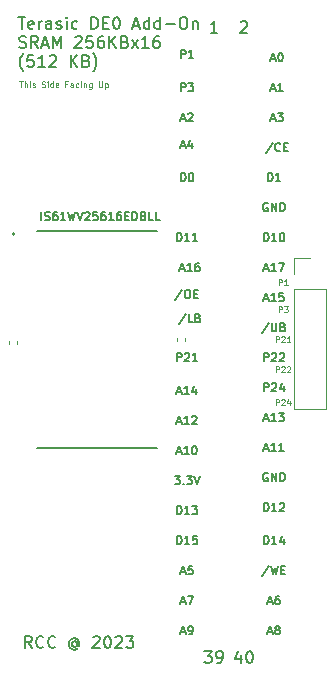
<source format=gbr>
%TF.GenerationSoftware,KiCad,Pcbnew,(6.0.7)*%
%TF.CreationDate,2023-01-29T20:04:43+00:00*%
%TF.ProjectId,DE0_Addon_Board,4445305f-4164-4646-9f6e-5f426f617264,0*%
%TF.SameCoordinates,Original*%
%TF.FileFunction,Legend,Top*%
%TF.FilePolarity,Positive*%
%FSLAX46Y46*%
G04 Gerber Fmt 4.6, Leading zero omitted, Abs format (unit mm)*
G04 Created by KiCad (PCBNEW (6.0.7)) date 2023-01-29 20:04:43*
%MOMM*%
%LPD*%
G01*
G04 APERTURE LIST*
%ADD10C,0.150000*%
%ADD11C,0.125000*%
%ADD12C,0.120000*%
%ADD13C,0.127000*%
%ADD14C,0.200000*%
G04 APERTURE END LIST*
D10*
X57626285Y-77001714D02*
X57626285Y-77668380D01*
X57388190Y-76620761D02*
X57150095Y-77335047D01*
X57769142Y-77335047D01*
X58340571Y-76668380D02*
X58435809Y-76668380D01*
X58531047Y-76716000D01*
X58578666Y-76763619D01*
X58626285Y-76858857D01*
X58673904Y-77049333D01*
X58673904Y-77287428D01*
X58626285Y-77477904D01*
X58578666Y-77573142D01*
X58531047Y-77620761D01*
X58435809Y-77668380D01*
X58340571Y-77668380D01*
X58245333Y-77620761D01*
X58197714Y-77573142D01*
X58150095Y-77477904D01*
X58102476Y-77287428D01*
X58102476Y-77049333D01*
X58150095Y-76858857D01*
X58197714Y-76763619D01*
X58245333Y-76716000D01*
X58340571Y-76668380D01*
X54562476Y-76668380D02*
X55181523Y-76668380D01*
X54848190Y-77049333D01*
X54991047Y-77049333D01*
X55086285Y-77096952D01*
X55133904Y-77144571D01*
X55181523Y-77239809D01*
X55181523Y-77477904D01*
X55133904Y-77573142D01*
X55086285Y-77620761D01*
X54991047Y-77668380D01*
X54705333Y-77668380D01*
X54610095Y-77620761D01*
X54562476Y-77573142D01*
X55657714Y-77668380D02*
X55848190Y-77668380D01*
X55943428Y-77620761D01*
X55991047Y-77573142D01*
X56086285Y-77430285D01*
X56133904Y-77239809D01*
X56133904Y-76858857D01*
X56086285Y-76763619D01*
X56038666Y-76716000D01*
X55943428Y-76668380D01*
X55752952Y-76668380D01*
X55657714Y-76716000D01*
X55610095Y-76763619D01*
X55562476Y-76858857D01*
X55562476Y-77096952D01*
X55610095Y-77192190D01*
X55657714Y-77239809D01*
X55752952Y-77287428D01*
X55943428Y-77287428D01*
X56038666Y-77239809D01*
X56086285Y-77192190D01*
X56133904Y-77096952D01*
X57626285Y-23423619D02*
X57673904Y-23376000D01*
X57769142Y-23328380D01*
X58007238Y-23328380D01*
X58102476Y-23376000D01*
X58150095Y-23423619D01*
X58197714Y-23518857D01*
X58197714Y-23614095D01*
X58150095Y-23756952D01*
X57578666Y-24328380D01*
X58197714Y-24328380D01*
X55657714Y-24328380D02*
X55086285Y-24328380D01*
X55372000Y-24328380D02*
X55372000Y-23328380D01*
X55276761Y-23471238D01*
X55181523Y-23566476D01*
X55086285Y-23614095D01*
D11*
X38898190Y-28428190D02*
X39183904Y-28428190D01*
X39041047Y-28928190D02*
X39041047Y-28428190D01*
X39350571Y-28928190D02*
X39350571Y-28428190D01*
X39564857Y-28928190D02*
X39564857Y-28666285D01*
X39541047Y-28618666D01*
X39493428Y-28594857D01*
X39422000Y-28594857D01*
X39374380Y-28618666D01*
X39350571Y-28642476D01*
X39802952Y-28928190D02*
X39802952Y-28594857D01*
X39802952Y-28428190D02*
X39779142Y-28452000D01*
X39802952Y-28475809D01*
X39826761Y-28452000D01*
X39802952Y-28428190D01*
X39802952Y-28475809D01*
X40017238Y-28904380D02*
X40064857Y-28928190D01*
X40160095Y-28928190D01*
X40207714Y-28904380D01*
X40231523Y-28856761D01*
X40231523Y-28832952D01*
X40207714Y-28785333D01*
X40160095Y-28761523D01*
X40088666Y-28761523D01*
X40041047Y-28737714D01*
X40017238Y-28690095D01*
X40017238Y-28666285D01*
X40041047Y-28618666D01*
X40088666Y-28594857D01*
X40160095Y-28594857D01*
X40207714Y-28618666D01*
X40802952Y-28904380D02*
X40874380Y-28928190D01*
X40993428Y-28928190D01*
X41041047Y-28904380D01*
X41064857Y-28880571D01*
X41088666Y-28832952D01*
X41088666Y-28785333D01*
X41064857Y-28737714D01*
X41041047Y-28713904D01*
X40993428Y-28690095D01*
X40898190Y-28666285D01*
X40850571Y-28642476D01*
X40826761Y-28618666D01*
X40802952Y-28571047D01*
X40802952Y-28523428D01*
X40826761Y-28475809D01*
X40850571Y-28452000D01*
X40898190Y-28428190D01*
X41017238Y-28428190D01*
X41088666Y-28452000D01*
X41302952Y-28928190D02*
X41302952Y-28594857D01*
X41302952Y-28428190D02*
X41279142Y-28452000D01*
X41302952Y-28475809D01*
X41326761Y-28452000D01*
X41302952Y-28428190D01*
X41302952Y-28475809D01*
X41755333Y-28928190D02*
X41755333Y-28428190D01*
X41755333Y-28904380D02*
X41707714Y-28928190D01*
X41612476Y-28928190D01*
X41564857Y-28904380D01*
X41541047Y-28880571D01*
X41517238Y-28832952D01*
X41517238Y-28690095D01*
X41541047Y-28642476D01*
X41564857Y-28618666D01*
X41612476Y-28594857D01*
X41707714Y-28594857D01*
X41755333Y-28618666D01*
X42183904Y-28904380D02*
X42136285Y-28928190D01*
X42041047Y-28928190D01*
X41993428Y-28904380D01*
X41969619Y-28856761D01*
X41969619Y-28666285D01*
X41993428Y-28618666D01*
X42041047Y-28594857D01*
X42136285Y-28594857D01*
X42183904Y-28618666D01*
X42207714Y-28666285D01*
X42207714Y-28713904D01*
X41969619Y-28761523D01*
X42969619Y-28666285D02*
X42802952Y-28666285D01*
X42802952Y-28928190D02*
X42802952Y-28428190D01*
X43041047Y-28428190D01*
X43445809Y-28928190D02*
X43445809Y-28666285D01*
X43422000Y-28618666D01*
X43374380Y-28594857D01*
X43279142Y-28594857D01*
X43231523Y-28618666D01*
X43445809Y-28904380D02*
X43398190Y-28928190D01*
X43279142Y-28928190D01*
X43231523Y-28904380D01*
X43207714Y-28856761D01*
X43207714Y-28809142D01*
X43231523Y-28761523D01*
X43279142Y-28737714D01*
X43398190Y-28737714D01*
X43445809Y-28713904D01*
X43898190Y-28904380D02*
X43850571Y-28928190D01*
X43755333Y-28928190D01*
X43707714Y-28904380D01*
X43683904Y-28880571D01*
X43660095Y-28832952D01*
X43660095Y-28690095D01*
X43683904Y-28642476D01*
X43707714Y-28618666D01*
X43755333Y-28594857D01*
X43850571Y-28594857D01*
X43898190Y-28618666D01*
X44112476Y-28928190D02*
X44112476Y-28594857D01*
X44112476Y-28428190D02*
X44088666Y-28452000D01*
X44112476Y-28475809D01*
X44136285Y-28452000D01*
X44112476Y-28428190D01*
X44112476Y-28475809D01*
X44350571Y-28594857D02*
X44350571Y-28928190D01*
X44350571Y-28642476D02*
X44374380Y-28618666D01*
X44422000Y-28594857D01*
X44493428Y-28594857D01*
X44541047Y-28618666D01*
X44564857Y-28666285D01*
X44564857Y-28928190D01*
X45017238Y-28594857D02*
X45017238Y-28999619D01*
X44993428Y-29047238D01*
X44969619Y-29071047D01*
X44922000Y-29094857D01*
X44850571Y-29094857D01*
X44802952Y-29071047D01*
X45017238Y-28904380D02*
X44969619Y-28928190D01*
X44874380Y-28928190D01*
X44826761Y-28904380D01*
X44802952Y-28880571D01*
X44779142Y-28832952D01*
X44779142Y-28690095D01*
X44802952Y-28642476D01*
X44826761Y-28618666D01*
X44874380Y-28594857D01*
X44969619Y-28594857D01*
X45017238Y-28618666D01*
X45636285Y-28428190D02*
X45636285Y-28832952D01*
X45660095Y-28880571D01*
X45683904Y-28904380D01*
X45731523Y-28928190D01*
X45826761Y-28928190D01*
X45874380Y-28904380D01*
X45898190Y-28880571D01*
X45922000Y-28832952D01*
X45922000Y-28428190D01*
X46160095Y-28594857D02*
X46160095Y-29094857D01*
X46160095Y-28618666D02*
X46207714Y-28594857D01*
X46302952Y-28594857D01*
X46350571Y-28618666D01*
X46374380Y-28642476D01*
X46398190Y-28690095D01*
X46398190Y-28832952D01*
X46374380Y-28880571D01*
X46350571Y-28904380D01*
X46302952Y-28928190D01*
X46207714Y-28928190D01*
X46160095Y-28904380D01*
D10*
X59602000Y-54672666D02*
X59602000Y-53972666D01*
X59868666Y-53972666D01*
X59935333Y-54006000D01*
X59968666Y-54039333D01*
X60002000Y-54106000D01*
X60002000Y-54206000D01*
X59968666Y-54272666D01*
X59935333Y-54306000D01*
X59868666Y-54339333D01*
X59602000Y-54339333D01*
X60268666Y-54039333D02*
X60302000Y-54006000D01*
X60368666Y-53972666D01*
X60535333Y-53972666D01*
X60602000Y-54006000D01*
X60635333Y-54039333D01*
X60668666Y-54106000D01*
X60668666Y-54172666D01*
X60635333Y-54272666D01*
X60235333Y-54672666D01*
X60668666Y-54672666D01*
X61268666Y-54206000D02*
X61268666Y-54672666D01*
X61102000Y-53939333D02*
X60935333Y-54439333D01*
X61368666Y-54439333D01*
X59602000Y-52132666D02*
X59602000Y-51432666D01*
X59868666Y-51432666D01*
X59935333Y-51466000D01*
X59968666Y-51499333D01*
X60002000Y-51566000D01*
X60002000Y-51666000D01*
X59968666Y-51732666D01*
X59935333Y-51766000D01*
X59868666Y-51799333D01*
X59602000Y-51799333D01*
X60268666Y-51499333D02*
X60302000Y-51466000D01*
X60368666Y-51432666D01*
X60535333Y-51432666D01*
X60602000Y-51466000D01*
X60635333Y-51499333D01*
X60668666Y-51566000D01*
X60668666Y-51632666D01*
X60635333Y-51732666D01*
X60235333Y-52132666D01*
X60668666Y-52132666D01*
X60935333Y-51499333D02*
X60968666Y-51466000D01*
X61035333Y-51432666D01*
X61202000Y-51432666D01*
X61268666Y-51466000D01*
X61302000Y-51499333D01*
X61335333Y-51566000D01*
X61335333Y-51632666D01*
X61302000Y-51732666D01*
X60902000Y-52132666D01*
X61335333Y-52132666D01*
X52236000Y-52132666D02*
X52236000Y-51432666D01*
X52502666Y-51432666D01*
X52569333Y-51466000D01*
X52602666Y-51499333D01*
X52636000Y-51566000D01*
X52636000Y-51666000D01*
X52602666Y-51732666D01*
X52569333Y-51766000D01*
X52502666Y-51799333D01*
X52236000Y-51799333D01*
X52902666Y-51499333D02*
X52936000Y-51466000D01*
X53002666Y-51432666D01*
X53169333Y-51432666D01*
X53236000Y-51466000D01*
X53269333Y-51499333D01*
X53302666Y-51566000D01*
X53302666Y-51632666D01*
X53269333Y-51732666D01*
X52869333Y-52132666D01*
X53302666Y-52132666D01*
X53969333Y-52132666D02*
X53569333Y-52132666D01*
X53769333Y-52132666D02*
X53769333Y-51432666D01*
X53702666Y-51532666D01*
X53636000Y-51599333D01*
X53569333Y-51632666D01*
X52569333Y-29272666D02*
X52569333Y-28572666D01*
X52836000Y-28572666D01*
X52902666Y-28606000D01*
X52936000Y-28639333D01*
X52969333Y-28706000D01*
X52969333Y-28806000D01*
X52936000Y-28872666D01*
X52902666Y-28906000D01*
X52836000Y-28939333D01*
X52569333Y-28939333D01*
X53202666Y-28572666D02*
X53636000Y-28572666D01*
X53402666Y-28839333D01*
X53502666Y-28839333D01*
X53569333Y-28872666D01*
X53602666Y-28906000D01*
X53636000Y-28972666D01*
X53636000Y-29139333D01*
X53602666Y-29206000D01*
X53569333Y-29239333D01*
X53502666Y-29272666D01*
X53302666Y-29272666D01*
X53236000Y-29239333D01*
X53202666Y-29206000D01*
X52569333Y-26478666D02*
X52569333Y-25778666D01*
X52836000Y-25778666D01*
X52902666Y-25812000D01*
X52936000Y-25845333D01*
X52969333Y-25912000D01*
X52969333Y-26012000D01*
X52936000Y-26078666D01*
X52902666Y-26112000D01*
X52836000Y-26145333D01*
X52569333Y-26145333D01*
X53636000Y-26478666D02*
X53236000Y-26478666D01*
X53436000Y-26478666D02*
X53436000Y-25778666D01*
X53369333Y-25878666D01*
X53302666Y-25945333D01*
X53236000Y-25978666D01*
D11*
X60606857Y-55852190D02*
X60606857Y-55352190D01*
X60797333Y-55352190D01*
X60844952Y-55376000D01*
X60868761Y-55399809D01*
X60892571Y-55447428D01*
X60892571Y-55518857D01*
X60868761Y-55566476D01*
X60844952Y-55590285D01*
X60797333Y-55614095D01*
X60606857Y-55614095D01*
X61083047Y-55399809D02*
X61106857Y-55376000D01*
X61154476Y-55352190D01*
X61273523Y-55352190D01*
X61321142Y-55376000D01*
X61344952Y-55399809D01*
X61368761Y-55447428D01*
X61368761Y-55495047D01*
X61344952Y-55566476D01*
X61059238Y-55852190D01*
X61368761Y-55852190D01*
X61797333Y-55518857D02*
X61797333Y-55852190D01*
X61678285Y-55328380D02*
X61559238Y-55685523D01*
X61868761Y-55685523D01*
X60606857Y-53058190D02*
X60606857Y-52558190D01*
X60797333Y-52558190D01*
X60844952Y-52582000D01*
X60868761Y-52605809D01*
X60892571Y-52653428D01*
X60892571Y-52724857D01*
X60868761Y-52772476D01*
X60844952Y-52796285D01*
X60797333Y-52820095D01*
X60606857Y-52820095D01*
X61083047Y-52605809D02*
X61106857Y-52582000D01*
X61154476Y-52558190D01*
X61273523Y-52558190D01*
X61321142Y-52582000D01*
X61344952Y-52605809D01*
X61368761Y-52653428D01*
X61368761Y-52701047D01*
X61344952Y-52772476D01*
X61059238Y-53058190D01*
X61368761Y-53058190D01*
X61559238Y-52605809D02*
X61583047Y-52582000D01*
X61630666Y-52558190D01*
X61749714Y-52558190D01*
X61797333Y-52582000D01*
X61821142Y-52605809D01*
X61844952Y-52653428D01*
X61844952Y-52701047D01*
X61821142Y-52772476D01*
X61535428Y-53058190D01*
X61844952Y-53058190D01*
X60606857Y-50518190D02*
X60606857Y-50018190D01*
X60797333Y-50018190D01*
X60844952Y-50042000D01*
X60868761Y-50065809D01*
X60892571Y-50113428D01*
X60892571Y-50184857D01*
X60868761Y-50232476D01*
X60844952Y-50256285D01*
X60797333Y-50280095D01*
X60606857Y-50280095D01*
X61083047Y-50065809D02*
X61106857Y-50042000D01*
X61154476Y-50018190D01*
X61273523Y-50018190D01*
X61321142Y-50042000D01*
X61344952Y-50065809D01*
X61368761Y-50113428D01*
X61368761Y-50161047D01*
X61344952Y-50232476D01*
X61059238Y-50518190D01*
X61368761Y-50518190D01*
X61844952Y-50518190D02*
X61559238Y-50518190D01*
X61702095Y-50518190D02*
X61702095Y-50018190D01*
X61654476Y-50089619D01*
X61606857Y-50137238D01*
X61559238Y-50161047D01*
X60844952Y-47978190D02*
X60844952Y-47478190D01*
X61035428Y-47478190D01*
X61083047Y-47502000D01*
X61106857Y-47525809D01*
X61130666Y-47573428D01*
X61130666Y-47644857D01*
X61106857Y-47692476D01*
X61083047Y-47716285D01*
X61035428Y-47740095D01*
X60844952Y-47740095D01*
X61297333Y-47478190D02*
X61606857Y-47478190D01*
X61440190Y-47668666D01*
X61511619Y-47668666D01*
X61559238Y-47692476D01*
X61583047Y-47716285D01*
X61606857Y-47763904D01*
X61606857Y-47882952D01*
X61583047Y-47930571D01*
X61559238Y-47954380D01*
X61511619Y-47978190D01*
X61368761Y-47978190D01*
X61321142Y-47954380D01*
X61297333Y-47930571D01*
X60844952Y-45692190D02*
X60844952Y-45192190D01*
X61035428Y-45192190D01*
X61083047Y-45216000D01*
X61106857Y-45239809D01*
X61130666Y-45287428D01*
X61130666Y-45358857D01*
X61106857Y-45406476D01*
X61083047Y-45430285D01*
X61035428Y-45454095D01*
X60844952Y-45454095D01*
X61606857Y-45692190D02*
X61321142Y-45692190D01*
X61464000Y-45692190D02*
X61464000Y-45192190D01*
X61416380Y-45263619D01*
X61368761Y-45311238D01*
X61321142Y-45335047D01*
D10*
X52252666Y-54726666D02*
X52586000Y-54726666D01*
X52186000Y-54926666D02*
X52419333Y-54226666D01*
X52652666Y-54926666D01*
X53252666Y-54926666D02*
X52852666Y-54926666D01*
X53052666Y-54926666D02*
X53052666Y-54226666D01*
X52986000Y-54326666D01*
X52919333Y-54393333D01*
X52852666Y-54426666D01*
X53852666Y-54460000D02*
X53852666Y-54926666D01*
X53686000Y-54193333D02*
X53519333Y-54693333D01*
X53952666Y-54693333D01*
X52586000Y-72506666D02*
X52919333Y-72506666D01*
X52519333Y-72706666D02*
X52752666Y-72006666D01*
X52986000Y-72706666D01*
X53152666Y-72006666D02*
X53619333Y-72006666D01*
X53319333Y-72706666D01*
X52252666Y-57266666D02*
X52586000Y-57266666D01*
X52186000Y-57466666D02*
X52419333Y-56766666D01*
X52652666Y-57466666D01*
X53252666Y-57466666D02*
X52852666Y-57466666D01*
X53052666Y-57466666D02*
X53052666Y-56766666D01*
X52986000Y-56866666D01*
X52919333Y-56933333D01*
X52852666Y-56966666D01*
X53519333Y-56833333D02*
X53552666Y-56800000D01*
X53619333Y-56766666D01*
X53786000Y-56766666D01*
X53852666Y-56800000D01*
X53886000Y-56833333D01*
X53919333Y-56900000D01*
X53919333Y-56966666D01*
X53886000Y-57066666D01*
X53486000Y-57466666D01*
X53919333Y-57466666D01*
X60035333Y-69433333D02*
X59435333Y-70333333D01*
X60202000Y-69466666D02*
X60368666Y-70166666D01*
X60502000Y-69666666D01*
X60635333Y-70166666D01*
X60802000Y-69466666D01*
X61068666Y-69800000D02*
X61302000Y-69800000D01*
X61402000Y-70166666D02*
X61068666Y-70166666D01*
X61068666Y-69466666D01*
X61402000Y-69466666D01*
X59952000Y-72506666D02*
X60285333Y-72506666D01*
X59885333Y-72706666D02*
X60118666Y-72006666D01*
X60352000Y-72706666D01*
X60885333Y-72006666D02*
X60752000Y-72006666D01*
X60685333Y-72040000D01*
X60652000Y-72073333D01*
X60585333Y-72173333D01*
X60552000Y-72306666D01*
X60552000Y-72573333D01*
X60585333Y-72640000D01*
X60618666Y-72673333D01*
X60685333Y-72706666D01*
X60818666Y-72706666D01*
X60885333Y-72673333D01*
X60918666Y-72640000D01*
X60952000Y-72573333D01*
X60952000Y-72406666D01*
X60918666Y-72340000D01*
X60885333Y-72306666D01*
X60818666Y-72273333D01*
X60685333Y-72273333D01*
X60618666Y-72306666D01*
X60585333Y-72340000D01*
X60552000Y-72406666D01*
X52586000Y-75046666D02*
X52919333Y-75046666D01*
X52519333Y-75246666D02*
X52752666Y-74546666D01*
X52986000Y-75246666D01*
X53252666Y-75246666D02*
X53386000Y-75246666D01*
X53452666Y-75213333D01*
X53486000Y-75180000D01*
X53552666Y-75080000D01*
X53586000Y-74946666D01*
X53586000Y-74680000D01*
X53552666Y-74613333D01*
X53519333Y-74580000D01*
X53452666Y-74546666D01*
X53319333Y-74546666D01*
X53252666Y-74580000D01*
X53219333Y-74613333D01*
X53186000Y-74680000D01*
X53186000Y-74846666D01*
X53219333Y-74913333D01*
X53252666Y-74946666D01*
X53319333Y-74980000D01*
X53452666Y-74980000D01*
X53519333Y-74946666D01*
X53552666Y-74913333D01*
X53586000Y-74846666D01*
X59602000Y-41972666D02*
X59602000Y-41272666D01*
X59768666Y-41272666D01*
X59868666Y-41306000D01*
X59935333Y-41372666D01*
X59968666Y-41439333D01*
X60002000Y-41572666D01*
X60002000Y-41672666D01*
X59968666Y-41806000D01*
X59935333Y-41872666D01*
X59868666Y-41939333D01*
X59768666Y-41972666D01*
X59602000Y-41972666D01*
X60668666Y-41972666D02*
X60268666Y-41972666D01*
X60468666Y-41972666D02*
X60468666Y-41272666D01*
X60402000Y-41372666D01*
X60335333Y-41439333D01*
X60268666Y-41472666D01*
X61102000Y-41272666D02*
X61168666Y-41272666D01*
X61235333Y-41306000D01*
X61268666Y-41339333D01*
X61302000Y-41406000D01*
X61335333Y-41539333D01*
X61335333Y-41706000D01*
X61302000Y-41839333D01*
X61268666Y-41906000D01*
X61235333Y-41939333D01*
X61168666Y-41972666D01*
X61102000Y-41972666D01*
X61035333Y-41939333D01*
X61002000Y-41906000D01*
X60968666Y-41839333D01*
X60935333Y-41706000D01*
X60935333Y-41539333D01*
X60968666Y-41406000D01*
X61002000Y-41339333D01*
X61035333Y-41306000D01*
X61102000Y-41272666D01*
X60206000Y-31612666D02*
X60539333Y-31612666D01*
X60139333Y-31812666D02*
X60372666Y-31112666D01*
X60606000Y-31812666D01*
X60772666Y-31112666D02*
X61206000Y-31112666D01*
X60972666Y-31379333D01*
X61072666Y-31379333D01*
X61139333Y-31412666D01*
X61172666Y-31446000D01*
X61206000Y-31512666D01*
X61206000Y-31679333D01*
X61172666Y-31746000D01*
X61139333Y-31779333D01*
X61072666Y-31812666D01*
X60872666Y-31812666D01*
X60806000Y-31779333D01*
X60772666Y-31746000D01*
X38800738Y-22988380D02*
X39372166Y-22988380D01*
X39086452Y-23988380D02*
X39086452Y-22988380D01*
X40086452Y-23940761D02*
X39991214Y-23988380D01*
X39800738Y-23988380D01*
X39705500Y-23940761D01*
X39657880Y-23845523D01*
X39657880Y-23464571D01*
X39705500Y-23369333D01*
X39800738Y-23321714D01*
X39991214Y-23321714D01*
X40086452Y-23369333D01*
X40134071Y-23464571D01*
X40134071Y-23559809D01*
X39657880Y-23655047D01*
X40562642Y-23988380D02*
X40562642Y-23321714D01*
X40562642Y-23512190D02*
X40610261Y-23416952D01*
X40657880Y-23369333D01*
X40753119Y-23321714D01*
X40848357Y-23321714D01*
X41610261Y-23988380D02*
X41610261Y-23464571D01*
X41562642Y-23369333D01*
X41467404Y-23321714D01*
X41276928Y-23321714D01*
X41181690Y-23369333D01*
X41610261Y-23940761D02*
X41515023Y-23988380D01*
X41276928Y-23988380D01*
X41181690Y-23940761D01*
X41134071Y-23845523D01*
X41134071Y-23750285D01*
X41181690Y-23655047D01*
X41276928Y-23607428D01*
X41515023Y-23607428D01*
X41610261Y-23559809D01*
X42038833Y-23940761D02*
X42134071Y-23988380D01*
X42324547Y-23988380D01*
X42419785Y-23940761D01*
X42467404Y-23845523D01*
X42467404Y-23797904D01*
X42419785Y-23702666D01*
X42324547Y-23655047D01*
X42181690Y-23655047D01*
X42086452Y-23607428D01*
X42038833Y-23512190D01*
X42038833Y-23464571D01*
X42086452Y-23369333D01*
X42181690Y-23321714D01*
X42324547Y-23321714D01*
X42419785Y-23369333D01*
X42895976Y-23988380D02*
X42895976Y-23321714D01*
X42895976Y-22988380D02*
X42848357Y-23036000D01*
X42895976Y-23083619D01*
X42943595Y-23036000D01*
X42895976Y-22988380D01*
X42895976Y-23083619D01*
X43800738Y-23940761D02*
X43705500Y-23988380D01*
X43515023Y-23988380D01*
X43419785Y-23940761D01*
X43372166Y-23893142D01*
X43324547Y-23797904D01*
X43324547Y-23512190D01*
X43372166Y-23416952D01*
X43419785Y-23369333D01*
X43515023Y-23321714D01*
X43705500Y-23321714D01*
X43800738Y-23369333D01*
X44991214Y-23988380D02*
X44991214Y-22988380D01*
X45229309Y-22988380D01*
X45372166Y-23036000D01*
X45467404Y-23131238D01*
X45515023Y-23226476D01*
X45562642Y-23416952D01*
X45562642Y-23559809D01*
X45515023Y-23750285D01*
X45467404Y-23845523D01*
X45372166Y-23940761D01*
X45229309Y-23988380D01*
X44991214Y-23988380D01*
X45991214Y-23464571D02*
X46324547Y-23464571D01*
X46467404Y-23988380D02*
X45991214Y-23988380D01*
X45991214Y-22988380D01*
X46467404Y-22988380D01*
X47086452Y-22988380D02*
X47181690Y-22988380D01*
X47276928Y-23036000D01*
X47324547Y-23083619D01*
X47372166Y-23178857D01*
X47419785Y-23369333D01*
X47419785Y-23607428D01*
X47372166Y-23797904D01*
X47324547Y-23893142D01*
X47276928Y-23940761D01*
X47181690Y-23988380D01*
X47086452Y-23988380D01*
X46991214Y-23940761D01*
X46943595Y-23893142D01*
X46895976Y-23797904D01*
X46848357Y-23607428D01*
X46848357Y-23369333D01*
X46895976Y-23178857D01*
X46943595Y-23083619D01*
X46991214Y-23036000D01*
X47086452Y-22988380D01*
X48562642Y-23702666D02*
X49038833Y-23702666D01*
X48467404Y-23988380D02*
X48800738Y-22988380D01*
X49134071Y-23988380D01*
X49895976Y-23988380D02*
X49895976Y-22988380D01*
X49895976Y-23940761D02*
X49800738Y-23988380D01*
X49610261Y-23988380D01*
X49515023Y-23940761D01*
X49467404Y-23893142D01*
X49419785Y-23797904D01*
X49419785Y-23512190D01*
X49467404Y-23416952D01*
X49515023Y-23369333D01*
X49610261Y-23321714D01*
X49800738Y-23321714D01*
X49895976Y-23369333D01*
X50800738Y-23988380D02*
X50800738Y-22988380D01*
X50800738Y-23940761D02*
X50705500Y-23988380D01*
X50515023Y-23988380D01*
X50419785Y-23940761D01*
X50372166Y-23893142D01*
X50324547Y-23797904D01*
X50324547Y-23512190D01*
X50372166Y-23416952D01*
X50419785Y-23369333D01*
X50515023Y-23321714D01*
X50705500Y-23321714D01*
X50800738Y-23369333D01*
X51276928Y-23607428D02*
X52038833Y-23607428D01*
X52705500Y-22988380D02*
X52895976Y-22988380D01*
X52991214Y-23036000D01*
X53086452Y-23131238D01*
X53134071Y-23321714D01*
X53134071Y-23655047D01*
X53086452Y-23845523D01*
X52991214Y-23940761D01*
X52895976Y-23988380D01*
X52705500Y-23988380D01*
X52610261Y-23940761D01*
X52515023Y-23845523D01*
X52467404Y-23655047D01*
X52467404Y-23321714D01*
X52515023Y-23131238D01*
X52610261Y-23036000D01*
X52705500Y-22988380D01*
X53562642Y-23321714D02*
X53562642Y-23988380D01*
X53562642Y-23416952D02*
X53610261Y-23369333D01*
X53705500Y-23321714D01*
X53848357Y-23321714D01*
X53943595Y-23369333D01*
X53991214Y-23464571D01*
X53991214Y-23988380D01*
X38895976Y-25550761D02*
X39038833Y-25598380D01*
X39276928Y-25598380D01*
X39372166Y-25550761D01*
X39419785Y-25503142D01*
X39467404Y-25407904D01*
X39467404Y-25312666D01*
X39419785Y-25217428D01*
X39372166Y-25169809D01*
X39276928Y-25122190D01*
X39086452Y-25074571D01*
X38991214Y-25026952D01*
X38943595Y-24979333D01*
X38895976Y-24884095D01*
X38895976Y-24788857D01*
X38943595Y-24693619D01*
X38991214Y-24646000D01*
X39086452Y-24598380D01*
X39324547Y-24598380D01*
X39467404Y-24646000D01*
X40467404Y-25598380D02*
X40134071Y-25122190D01*
X39895976Y-25598380D02*
X39895976Y-24598380D01*
X40276928Y-24598380D01*
X40372166Y-24646000D01*
X40419785Y-24693619D01*
X40467404Y-24788857D01*
X40467404Y-24931714D01*
X40419785Y-25026952D01*
X40372166Y-25074571D01*
X40276928Y-25122190D01*
X39895976Y-25122190D01*
X40848357Y-25312666D02*
X41324547Y-25312666D01*
X40753119Y-25598380D02*
X41086452Y-24598380D01*
X41419785Y-25598380D01*
X41753119Y-25598380D02*
X41753119Y-24598380D01*
X42086452Y-25312666D01*
X42419785Y-24598380D01*
X42419785Y-25598380D01*
X43610261Y-24693619D02*
X43657880Y-24646000D01*
X43753119Y-24598380D01*
X43991214Y-24598380D01*
X44086452Y-24646000D01*
X44134071Y-24693619D01*
X44181690Y-24788857D01*
X44181690Y-24884095D01*
X44134071Y-25026952D01*
X43562642Y-25598380D01*
X44181690Y-25598380D01*
X45086452Y-24598380D02*
X44610261Y-24598380D01*
X44562642Y-25074571D01*
X44610261Y-25026952D01*
X44705500Y-24979333D01*
X44943595Y-24979333D01*
X45038833Y-25026952D01*
X45086452Y-25074571D01*
X45134071Y-25169809D01*
X45134071Y-25407904D01*
X45086452Y-25503142D01*
X45038833Y-25550761D01*
X44943595Y-25598380D01*
X44705500Y-25598380D01*
X44610261Y-25550761D01*
X44562642Y-25503142D01*
X45991214Y-24598380D02*
X45800738Y-24598380D01*
X45705500Y-24646000D01*
X45657880Y-24693619D01*
X45562642Y-24836476D01*
X45515023Y-25026952D01*
X45515023Y-25407904D01*
X45562642Y-25503142D01*
X45610261Y-25550761D01*
X45705500Y-25598380D01*
X45895976Y-25598380D01*
X45991214Y-25550761D01*
X46038833Y-25503142D01*
X46086452Y-25407904D01*
X46086452Y-25169809D01*
X46038833Y-25074571D01*
X45991214Y-25026952D01*
X45895976Y-24979333D01*
X45705500Y-24979333D01*
X45610261Y-25026952D01*
X45562642Y-25074571D01*
X45515023Y-25169809D01*
X46515023Y-25598380D02*
X46515023Y-24598380D01*
X47086452Y-25598380D02*
X46657880Y-25026952D01*
X47086452Y-24598380D02*
X46515023Y-25169809D01*
X47848357Y-25074571D02*
X47991214Y-25122190D01*
X48038833Y-25169809D01*
X48086452Y-25265047D01*
X48086452Y-25407904D01*
X48038833Y-25503142D01*
X47991214Y-25550761D01*
X47895976Y-25598380D01*
X47515023Y-25598380D01*
X47515023Y-24598380D01*
X47848357Y-24598380D01*
X47943595Y-24646000D01*
X47991214Y-24693619D01*
X48038833Y-24788857D01*
X48038833Y-24884095D01*
X47991214Y-24979333D01*
X47943595Y-25026952D01*
X47848357Y-25074571D01*
X47515023Y-25074571D01*
X48419785Y-25598380D02*
X48943595Y-24931714D01*
X48419785Y-24931714D02*
X48943595Y-25598380D01*
X49848357Y-25598380D02*
X49276928Y-25598380D01*
X49562642Y-25598380D02*
X49562642Y-24598380D01*
X49467404Y-24741238D01*
X49372166Y-24836476D01*
X49276928Y-24884095D01*
X50705500Y-24598380D02*
X50515023Y-24598380D01*
X50419785Y-24646000D01*
X50372166Y-24693619D01*
X50276928Y-24836476D01*
X50229309Y-25026952D01*
X50229309Y-25407904D01*
X50276928Y-25503142D01*
X50324547Y-25550761D01*
X50419785Y-25598380D01*
X50610261Y-25598380D01*
X50705500Y-25550761D01*
X50753119Y-25503142D01*
X50800738Y-25407904D01*
X50800738Y-25169809D01*
X50753119Y-25074571D01*
X50705500Y-25026952D01*
X50610261Y-24979333D01*
X50419785Y-24979333D01*
X50324547Y-25026952D01*
X50276928Y-25074571D01*
X50229309Y-25169809D01*
X39229309Y-27589333D02*
X39181690Y-27541714D01*
X39086452Y-27398857D01*
X39038833Y-27303619D01*
X38991214Y-27160761D01*
X38943595Y-26922666D01*
X38943595Y-26732190D01*
X38991214Y-26494095D01*
X39038833Y-26351238D01*
X39086452Y-26256000D01*
X39181690Y-26113142D01*
X39229309Y-26065523D01*
X40086452Y-26208380D02*
X39610261Y-26208380D01*
X39562642Y-26684571D01*
X39610261Y-26636952D01*
X39705500Y-26589333D01*
X39943595Y-26589333D01*
X40038833Y-26636952D01*
X40086452Y-26684571D01*
X40134071Y-26779809D01*
X40134071Y-27017904D01*
X40086452Y-27113142D01*
X40038833Y-27160761D01*
X39943595Y-27208380D01*
X39705500Y-27208380D01*
X39610261Y-27160761D01*
X39562642Y-27113142D01*
X41086452Y-27208380D02*
X40515023Y-27208380D01*
X40800738Y-27208380D02*
X40800738Y-26208380D01*
X40705500Y-26351238D01*
X40610261Y-26446476D01*
X40515023Y-26494095D01*
X41467404Y-26303619D02*
X41515023Y-26256000D01*
X41610261Y-26208380D01*
X41848357Y-26208380D01*
X41943595Y-26256000D01*
X41991214Y-26303619D01*
X42038833Y-26398857D01*
X42038833Y-26494095D01*
X41991214Y-26636952D01*
X41419785Y-27208380D01*
X42038833Y-27208380D01*
X43229309Y-27208380D02*
X43229309Y-26208380D01*
X43800738Y-27208380D02*
X43372166Y-26636952D01*
X43800738Y-26208380D02*
X43229309Y-26779809D01*
X44562642Y-26684571D02*
X44705500Y-26732190D01*
X44753119Y-26779809D01*
X44800738Y-26875047D01*
X44800738Y-27017904D01*
X44753119Y-27113142D01*
X44705500Y-27160761D01*
X44610261Y-27208380D01*
X44229309Y-27208380D01*
X44229309Y-26208380D01*
X44562642Y-26208380D01*
X44657880Y-26256000D01*
X44705500Y-26303619D01*
X44753119Y-26398857D01*
X44753119Y-26494095D01*
X44705500Y-26589333D01*
X44657880Y-26636952D01*
X44562642Y-26684571D01*
X44229309Y-26684571D01*
X45134071Y-27589333D02*
X45181690Y-27541714D01*
X45276928Y-27398857D01*
X45324547Y-27303619D01*
X45372166Y-27160761D01*
X45419785Y-26922666D01*
X45419785Y-26732190D01*
X45372166Y-26494095D01*
X45324547Y-26351238D01*
X45276928Y-26256000D01*
X45181690Y-26113142D01*
X45134071Y-26065523D01*
X59618666Y-44312666D02*
X59952000Y-44312666D01*
X59552000Y-44512666D02*
X59785333Y-43812666D01*
X60018666Y-44512666D01*
X60618666Y-44512666D02*
X60218666Y-44512666D01*
X60418666Y-44512666D02*
X60418666Y-43812666D01*
X60352000Y-43912666D01*
X60285333Y-43979333D01*
X60218666Y-44012666D01*
X60852000Y-43812666D02*
X61318666Y-43812666D01*
X61018666Y-44512666D01*
X52236000Y-67626666D02*
X52236000Y-66926666D01*
X52402666Y-66926666D01*
X52502666Y-66960000D01*
X52569333Y-67026666D01*
X52602666Y-67093333D01*
X52636000Y-67226666D01*
X52636000Y-67326666D01*
X52602666Y-67460000D01*
X52569333Y-67526666D01*
X52502666Y-67593333D01*
X52402666Y-67626666D01*
X52236000Y-67626666D01*
X53302666Y-67626666D02*
X52902666Y-67626666D01*
X53102666Y-67626666D02*
X53102666Y-66926666D01*
X53036000Y-67026666D01*
X52969333Y-67093333D01*
X52902666Y-67126666D01*
X53936000Y-66926666D02*
X53602666Y-66926666D01*
X53569333Y-67260000D01*
X53602666Y-67226666D01*
X53669333Y-67193333D01*
X53836000Y-67193333D01*
X53902666Y-67226666D01*
X53936000Y-67260000D01*
X53969333Y-67326666D01*
X53969333Y-67493333D01*
X53936000Y-67560000D01*
X53902666Y-67593333D01*
X53836000Y-67626666D01*
X53669333Y-67626666D01*
X53602666Y-67593333D01*
X53569333Y-67560000D01*
X59602000Y-64832666D02*
X59602000Y-64132666D01*
X59768666Y-64132666D01*
X59868666Y-64166000D01*
X59935333Y-64232666D01*
X59968666Y-64299333D01*
X60002000Y-64432666D01*
X60002000Y-64532666D01*
X59968666Y-64666000D01*
X59935333Y-64732666D01*
X59868666Y-64799333D01*
X59768666Y-64832666D01*
X59602000Y-64832666D01*
X60668666Y-64832666D02*
X60268666Y-64832666D01*
X60468666Y-64832666D02*
X60468666Y-64132666D01*
X60402000Y-64232666D01*
X60335333Y-64299333D01*
X60268666Y-64332666D01*
X60935333Y-64199333D02*
X60968666Y-64166000D01*
X61035333Y-64132666D01*
X61202000Y-64132666D01*
X61268666Y-64166000D01*
X61302000Y-64199333D01*
X61335333Y-64266000D01*
X61335333Y-64332666D01*
X61302000Y-64432666D01*
X60902000Y-64832666D01*
X61335333Y-64832666D01*
X59618666Y-59552666D02*
X59952000Y-59552666D01*
X59552000Y-59752666D02*
X59785333Y-59052666D01*
X60018666Y-59752666D01*
X60618666Y-59752666D02*
X60218666Y-59752666D01*
X60418666Y-59752666D02*
X60418666Y-59052666D01*
X60352000Y-59152666D01*
X60285333Y-59219333D01*
X60218666Y-59252666D01*
X61285333Y-59752666D02*
X60885333Y-59752666D01*
X61085333Y-59752666D02*
X61085333Y-59052666D01*
X61018666Y-59152666D01*
X60952000Y-59219333D01*
X60885333Y-59252666D01*
X52569333Y-36892666D02*
X52569333Y-36192666D01*
X52736000Y-36192666D01*
X52836000Y-36226000D01*
X52902666Y-36292666D01*
X52936000Y-36359333D01*
X52969333Y-36492666D01*
X52969333Y-36592666D01*
X52936000Y-36726000D01*
X52902666Y-36792666D01*
X52836000Y-36859333D01*
X52736000Y-36892666D01*
X52569333Y-36892666D01*
X53402666Y-36192666D02*
X53469333Y-36192666D01*
X53536000Y-36226000D01*
X53569333Y-36259333D01*
X53602666Y-36326000D01*
X53636000Y-36459333D01*
X53636000Y-36626000D01*
X53602666Y-36759333D01*
X53569333Y-36826000D01*
X53536000Y-36859333D01*
X53469333Y-36892666D01*
X53402666Y-36892666D01*
X53336000Y-36859333D01*
X53302666Y-36826000D01*
X53269333Y-36759333D01*
X53236000Y-36626000D01*
X53236000Y-36459333D01*
X53269333Y-36326000D01*
X53302666Y-36259333D01*
X53336000Y-36226000D01*
X53402666Y-36192666D01*
X39942000Y-76398380D02*
X39608666Y-75922190D01*
X39370571Y-76398380D02*
X39370571Y-75398380D01*
X39751523Y-75398380D01*
X39846761Y-75446000D01*
X39894380Y-75493619D01*
X39942000Y-75588857D01*
X39942000Y-75731714D01*
X39894380Y-75826952D01*
X39846761Y-75874571D01*
X39751523Y-75922190D01*
X39370571Y-75922190D01*
X40942000Y-76303142D02*
X40894380Y-76350761D01*
X40751523Y-76398380D01*
X40656285Y-76398380D01*
X40513428Y-76350761D01*
X40418190Y-76255523D01*
X40370571Y-76160285D01*
X40322952Y-75969809D01*
X40322952Y-75826952D01*
X40370571Y-75636476D01*
X40418190Y-75541238D01*
X40513428Y-75446000D01*
X40656285Y-75398380D01*
X40751523Y-75398380D01*
X40894380Y-75446000D01*
X40942000Y-75493619D01*
X41942000Y-76303142D02*
X41894380Y-76350761D01*
X41751523Y-76398380D01*
X41656285Y-76398380D01*
X41513428Y-76350761D01*
X41418190Y-76255523D01*
X41370571Y-76160285D01*
X41322952Y-75969809D01*
X41322952Y-75826952D01*
X41370571Y-75636476D01*
X41418190Y-75541238D01*
X41513428Y-75446000D01*
X41656285Y-75398380D01*
X41751523Y-75398380D01*
X41894380Y-75446000D01*
X41942000Y-75493619D01*
X43751523Y-75922190D02*
X43703904Y-75874571D01*
X43608666Y-75826952D01*
X43513428Y-75826952D01*
X43418190Y-75874571D01*
X43370571Y-75922190D01*
X43322952Y-76017428D01*
X43322952Y-76112666D01*
X43370571Y-76207904D01*
X43418190Y-76255523D01*
X43513428Y-76303142D01*
X43608666Y-76303142D01*
X43703904Y-76255523D01*
X43751523Y-76207904D01*
X43751523Y-75826952D02*
X43751523Y-76207904D01*
X43799142Y-76255523D01*
X43846761Y-76255523D01*
X43942000Y-76207904D01*
X43989619Y-76112666D01*
X43989619Y-75874571D01*
X43894380Y-75731714D01*
X43751523Y-75636476D01*
X43561047Y-75588857D01*
X43370571Y-75636476D01*
X43227714Y-75731714D01*
X43132476Y-75874571D01*
X43084857Y-76065047D01*
X43132476Y-76255523D01*
X43227714Y-76398380D01*
X43370571Y-76493619D01*
X43561047Y-76541238D01*
X43751523Y-76493619D01*
X43894380Y-76398380D01*
X45132476Y-75493619D02*
X45180095Y-75446000D01*
X45275333Y-75398380D01*
X45513428Y-75398380D01*
X45608666Y-75446000D01*
X45656285Y-75493619D01*
X45703904Y-75588857D01*
X45703904Y-75684095D01*
X45656285Y-75826952D01*
X45084857Y-76398380D01*
X45703904Y-76398380D01*
X46322952Y-75398380D02*
X46418190Y-75398380D01*
X46513428Y-75446000D01*
X46561047Y-75493619D01*
X46608666Y-75588857D01*
X46656285Y-75779333D01*
X46656285Y-76017428D01*
X46608666Y-76207904D01*
X46561047Y-76303142D01*
X46513428Y-76350761D01*
X46418190Y-76398380D01*
X46322952Y-76398380D01*
X46227714Y-76350761D01*
X46180095Y-76303142D01*
X46132476Y-76207904D01*
X46084857Y-76017428D01*
X46084857Y-75779333D01*
X46132476Y-75588857D01*
X46180095Y-75493619D01*
X46227714Y-75446000D01*
X46322952Y-75398380D01*
X47037238Y-75493619D02*
X47084857Y-75446000D01*
X47180095Y-75398380D01*
X47418190Y-75398380D01*
X47513428Y-75446000D01*
X47561047Y-75493619D01*
X47608666Y-75588857D01*
X47608666Y-75684095D01*
X47561047Y-75826952D01*
X46989619Y-76398380D01*
X47608666Y-76398380D01*
X47942000Y-75398380D02*
X48561047Y-75398380D01*
X48227714Y-75779333D01*
X48370571Y-75779333D01*
X48465809Y-75826952D01*
X48513428Y-75874571D01*
X48561047Y-75969809D01*
X48561047Y-76207904D01*
X48513428Y-76303142D01*
X48465809Y-76350761D01*
X48370571Y-76398380D01*
X48084857Y-76398380D01*
X47989619Y-76350761D01*
X47942000Y-76303142D01*
X59918666Y-61626000D02*
X59852000Y-61592666D01*
X59752000Y-61592666D01*
X59652000Y-61626000D01*
X59585333Y-61692666D01*
X59552000Y-61759333D01*
X59518666Y-61892666D01*
X59518666Y-61992666D01*
X59552000Y-62126000D01*
X59585333Y-62192666D01*
X59652000Y-62259333D01*
X59752000Y-62292666D01*
X59818666Y-62292666D01*
X59918666Y-62259333D01*
X59952000Y-62226000D01*
X59952000Y-61992666D01*
X59818666Y-61992666D01*
X60252000Y-62292666D02*
X60252000Y-61592666D01*
X60652000Y-62292666D01*
X60652000Y-61592666D01*
X60985333Y-62292666D02*
X60985333Y-61592666D01*
X61152000Y-61592666D01*
X61252000Y-61626000D01*
X61318666Y-61692666D01*
X61352000Y-61759333D01*
X61385333Y-61892666D01*
X61385333Y-61992666D01*
X61352000Y-62126000D01*
X61318666Y-62192666D01*
X61252000Y-62259333D01*
X61152000Y-62292666D01*
X60985333Y-62292666D01*
X59618666Y-46852666D02*
X59952000Y-46852666D01*
X59552000Y-47052666D02*
X59785333Y-46352666D01*
X60018666Y-47052666D01*
X60618666Y-47052666D02*
X60218666Y-47052666D01*
X60418666Y-47052666D02*
X60418666Y-46352666D01*
X60352000Y-46452666D01*
X60285333Y-46519333D01*
X60218666Y-46552666D01*
X61252000Y-46352666D02*
X60918666Y-46352666D01*
X60885333Y-46686000D01*
X60918666Y-46652666D01*
X60985333Y-46619333D01*
X61152000Y-46619333D01*
X61218666Y-46652666D01*
X61252000Y-46686000D01*
X61285333Y-46752666D01*
X61285333Y-46919333D01*
X61252000Y-46986000D01*
X61218666Y-47019333D01*
X61152000Y-47052666D01*
X60985333Y-47052666D01*
X60918666Y-47019333D01*
X60885333Y-46986000D01*
X59618666Y-57012666D02*
X59952000Y-57012666D01*
X59552000Y-57212666D02*
X59785333Y-56512666D01*
X60018666Y-57212666D01*
X60618666Y-57212666D02*
X60218666Y-57212666D01*
X60418666Y-57212666D02*
X60418666Y-56512666D01*
X60352000Y-56612666D01*
X60285333Y-56679333D01*
X60218666Y-56712666D01*
X60852000Y-56512666D02*
X61285333Y-56512666D01*
X61052000Y-56779333D01*
X61152000Y-56779333D01*
X61218666Y-56812666D01*
X61252000Y-56846000D01*
X61285333Y-56912666D01*
X61285333Y-57079333D01*
X61252000Y-57146000D01*
X61218666Y-57179333D01*
X61152000Y-57212666D01*
X60952000Y-57212666D01*
X60885333Y-57179333D01*
X60852000Y-57146000D01*
X59918666Y-38766000D02*
X59852000Y-38732666D01*
X59752000Y-38732666D01*
X59652000Y-38766000D01*
X59585333Y-38832666D01*
X59552000Y-38899333D01*
X59518666Y-39032666D01*
X59518666Y-39132666D01*
X59552000Y-39266000D01*
X59585333Y-39332666D01*
X59652000Y-39399333D01*
X59752000Y-39432666D01*
X59818666Y-39432666D01*
X59918666Y-39399333D01*
X59952000Y-39366000D01*
X59952000Y-39132666D01*
X59818666Y-39132666D01*
X60252000Y-39432666D02*
X60252000Y-38732666D01*
X60652000Y-39432666D01*
X60652000Y-38732666D01*
X60985333Y-39432666D02*
X60985333Y-38732666D01*
X61152000Y-38732666D01*
X61252000Y-38766000D01*
X61318666Y-38832666D01*
X61352000Y-38899333D01*
X61385333Y-39032666D01*
X61385333Y-39132666D01*
X61352000Y-39266000D01*
X61318666Y-39332666D01*
X61252000Y-39399333D01*
X61152000Y-39432666D01*
X60985333Y-39432666D01*
X52586000Y-31612666D02*
X52919333Y-31612666D01*
X52519333Y-31812666D02*
X52752666Y-31112666D01*
X52986000Y-31812666D01*
X53186000Y-31179333D02*
X53219333Y-31146000D01*
X53286000Y-31112666D01*
X53452666Y-31112666D01*
X53519333Y-31146000D01*
X53552666Y-31179333D01*
X53586000Y-31246000D01*
X53586000Y-31312666D01*
X53552666Y-31412666D01*
X53152666Y-31812666D01*
X53586000Y-31812666D01*
X59935333Y-36892666D02*
X59935333Y-36192666D01*
X60102000Y-36192666D01*
X60202000Y-36226000D01*
X60268666Y-36292666D01*
X60302000Y-36359333D01*
X60335333Y-36492666D01*
X60335333Y-36592666D01*
X60302000Y-36726000D01*
X60268666Y-36792666D01*
X60202000Y-36859333D01*
X60102000Y-36892666D01*
X59935333Y-36892666D01*
X61002000Y-36892666D02*
X60602000Y-36892666D01*
X60802000Y-36892666D02*
X60802000Y-36192666D01*
X60735333Y-36292666D01*
X60668666Y-36359333D01*
X60602000Y-36392666D01*
X60206000Y-26532666D02*
X60539333Y-26532666D01*
X60139333Y-26732666D02*
X60372666Y-26032666D01*
X60606000Y-26732666D01*
X60972666Y-26032666D02*
X61039333Y-26032666D01*
X61106000Y-26066000D01*
X61139333Y-26099333D01*
X61172666Y-26166000D01*
X61206000Y-26299333D01*
X61206000Y-26466000D01*
X61172666Y-26599333D01*
X61139333Y-26666000D01*
X61106000Y-26699333D01*
X61039333Y-26732666D01*
X60972666Y-26732666D01*
X60906000Y-26699333D01*
X60872666Y-26666000D01*
X60839333Y-26599333D01*
X60806000Y-26466000D01*
X60806000Y-26299333D01*
X60839333Y-26166000D01*
X60872666Y-26099333D01*
X60906000Y-26066000D01*
X60972666Y-26032666D01*
X52252666Y-59806666D02*
X52586000Y-59806666D01*
X52186000Y-60006666D02*
X52419333Y-59306666D01*
X52652666Y-60006666D01*
X53252666Y-60006666D02*
X52852666Y-60006666D01*
X53052666Y-60006666D02*
X53052666Y-59306666D01*
X52986000Y-59406666D01*
X52919333Y-59473333D01*
X52852666Y-59506666D01*
X53686000Y-59306666D02*
X53752666Y-59306666D01*
X53819333Y-59340000D01*
X53852666Y-59373333D01*
X53886000Y-59440000D01*
X53919333Y-59573333D01*
X53919333Y-59740000D01*
X53886000Y-59873333D01*
X53852666Y-59940000D01*
X53819333Y-59973333D01*
X53752666Y-60006666D01*
X53686000Y-60006666D01*
X53619333Y-59973333D01*
X53586000Y-59940000D01*
X53552666Y-59873333D01*
X53519333Y-59740000D01*
X53519333Y-59573333D01*
X53552666Y-59440000D01*
X53586000Y-59373333D01*
X53619333Y-59340000D01*
X53686000Y-59306666D01*
X59952000Y-75046666D02*
X60285333Y-75046666D01*
X59885333Y-75246666D02*
X60118666Y-74546666D01*
X60352000Y-75246666D01*
X60685333Y-74846666D02*
X60618666Y-74813333D01*
X60585333Y-74780000D01*
X60552000Y-74713333D01*
X60552000Y-74680000D01*
X60585333Y-74613333D01*
X60618666Y-74580000D01*
X60685333Y-74546666D01*
X60818666Y-74546666D01*
X60885333Y-74580000D01*
X60918666Y-74613333D01*
X60952000Y-74680000D01*
X60952000Y-74713333D01*
X60918666Y-74780000D01*
X60885333Y-74813333D01*
X60818666Y-74846666D01*
X60685333Y-74846666D01*
X60618666Y-74880000D01*
X60585333Y-74913333D01*
X60552000Y-74980000D01*
X60552000Y-75113333D01*
X60585333Y-75180000D01*
X60618666Y-75213333D01*
X60685333Y-75246666D01*
X60818666Y-75246666D01*
X60885333Y-75213333D01*
X60918666Y-75180000D01*
X60952000Y-75113333D01*
X60952000Y-74980000D01*
X60918666Y-74913333D01*
X60885333Y-74880000D01*
X60818666Y-74846666D01*
X52702666Y-46065333D02*
X52102666Y-46965333D01*
X53069333Y-46098666D02*
X53202666Y-46098666D01*
X53269333Y-46132000D01*
X53336000Y-46198666D01*
X53369333Y-46332000D01*
X53369333Y-46565333D01*
X53336000Y-46698666D01*
X53269333Y-46765333D01*
X53202666Y-46798666D01*
X53069333Y-46798666D01*
X53002666Y-46765333D01*
X52936000Y-46698666D01*
X52902666Y-46565333D01*
X52902666Y-46332000D01*
X52936000Y-46198666D01*
X53002666Y-46132000D01*
X53069333Y-46098666D01*
X53669333Y-46432000D02*
X53902666Y-46432000D01*
X54002666Y-46798666D02*
X53669333Y-46798666D01*
X53669333Y-46098666D01*
X54002666Y-46098666D01*
X52052666Y-61846666D02*
X52486000Y-61846666D01*
X52252666Y-62113333D01*
X52352666Y-62113333D01*
X52419333Y-62146666D01*
X52452666Y-62180000D01*
X52486000Y-62246666D01*
X52486000Y-62413333D01*
X52452666Y-62480000D01*
X52419333Y-62513333D01*
X52352666Y-62546666D01*
X52152666Y-62546666D01*
X52086000Y-62513333D01*
X52052666Y-62480000D01*
X52786000Y-62480000D02*
X52819333Y-62513333D01*
X52786000Y-62546666D01*
X52752666Y-62513333D01*
X52786000Y-62480000D01*
X52786000Y-62546666D01*
X53052666Y-61846666D02*
X53486000Y-61846666D01*
X53252666Y-62113333D01*
X53352666Y-62113333D01*
X53419333Y-62146666D01*
X53452666Y-62180000D01*
X53486000Y-62246666D01*
X53486000Y-62413333D01*
X53452666Y-62480000D01*
X53419333Y-62513333D01*
X53352666Y-62546666D01*
X53152666Y-62546666D01*
X53086000Y-62513333D01*
X53052666Y-62480000D01*
X53686000Y-61846666D02*
X53919333Y-62546666D01*
X54152666Y-61846666D01*
X59602000Y-67626666D02*
X59602000Y-66926666D01*
X59768666Y-66926666D01*
X59868666Y-66960000D01*
X59935333Y-67026666D01*
X59968666Y-67093333D01*
X60002000Y-67226666D01*
X60002000Y-67326666D01*
X59968666Y-67460000D01*
X59935333Y-67526666D01*
X59868666Y-67593333D01*
X59768666Y-67626666D01*
X59602000Y-67626666D01*
X60668666Y-67626666D02*
X60268666Y-67626666D01*
X60468666Y-67626666D02*
X60468666Y-66926666D01*
X60402000Y-67026666D01*
X60335333Y-67093333D01*
X60268666Y-67126666D01*
X61268666Y-67160000D02*
X61268666Y-67626666D01*
X61102000Y-66893333D02*
X60935333Y-67393333D01*
X61368666Y-67393333D01*
X60339333Y-33619333D02*
X59739333Y-34519333D01*
X60972666Y-34286000D02*
X60939333Y-34319333D01*
X60839333Y-34352666D01*
X60772666Y-34352666D01*
X60672666Y-34319333D01*
X60606000Y-34252666D01*
X60572666Y-34186000D01*
X60539333Y-34052666D01*
X60539333Y-33952666D01*
X60572666Y-33819333D01*
X60606000Y-33752666D01*
X60672666Y-33686000D01*
X60772666Y-33652666D01*
X60839333Y-33652666D01*
X60939333Y-33686000D01*
X60972666Y-33719333D01*
X61272666Y-33986000D02*
X61506000Y-33986000D01*
X61606000Y-34352666D02*
X61272666Y-34352666D01*
X61272666Y-33652666D01*
X61606000Y-33652666D01*
X60035333Y-48859333D02*
X59435333Y-49759333D01*
X60268666Y-48892666D02*
X60268666Y-49459333D01*
X60302000Y-49526000D01*
X60335333Y-49559333D01*
X60402000Y-49592666D01*
X60535333Y-49592666D01*
X60602000Y-49559333D01*
X60635333Y-49526000D01*
X60668666Y-49459333D01*
X60668666Y-48892666D01*
X61235333Y-49226000D02*
X61335333Y-49259333D01*
X61368666Y-49292666D01*
X61402000Y-49359333D01*
X61402000Y-49459333D01*
X61368666Y-49526000D01*
X61335333Y-49559333D01*
X61268666Y-49592666D01*
X61002000Y-49592666D01*
X61002000Y-48892666D01*
X61235333Y-48892666D01*
X61302000Y-48926000D01*
X61335333Y-48959333D01*
X61368666Y-49026000D01*
X61368666Y-49092666D01*
X61335333Y-49159333D01*
X61302000Y-49192666D01*
X61235333Y-49226000D01*
X61002000Y-49226000D01*
X52506666Y-44312666D02*
X52840000Y-44312666D01*
X52440000Y-44512666D02*
X52673333Y-43812666D01*
X52906666Y-44512666D01*
X53506666Y-44512666D02*
X53106666Y-44512666D01*
X53306666Y-44512666D02*
X53306666Y-43812666D01*
X53240000Y-43912666D01*
X53173333Y-43979333D01*
X53106666Y-44012666D01*
X54106666Y-43812666D02*
X53973333Y-43812666D01*
X53906666Y-43846000D01*
X53873333Y-43879333D01*
X53806666Y-43979333D01*
X53773333Y-44112666D01*
X53773333Y-44379333D01*
X53806666Y-44446000D01*
X53840000Y-44479333D01*
X53906666Y-44512666D01*
X54040000Y-44512666D01*
X54106666Y-44479333D01*
X54140000Y-44446000D01*
X54173333Y-44379333D01*
X54173333Y-44212666D01*
X54140000Y-44146000D01*
X54106666Y-44112666D01*
X54040000Y-44079333D01*
X53906666Y-44079333D01*
X53840000Y-44112666D01*
X53806666Y-44146000D01*
X53773333Y-44212666D01*
X52586000Y-33898666D02*
X52919333Y-33898666D01*
X52519333Y-34098666D02*
X52752666Y-33398666D01*
X52986000Y-34098666D01*
X53519333Y-33632000D02*
X53519333Y-34098666D01*
X53352666Y-33365333D02*
X53186000Y-33865333D01*
X53619333Y-33865333D01*
X52236000Y-65086666D02*
X52236000Y-64386666D01*
X52402666Y-64386666D01*
X52502666Y-64420000D01*
X52569333Y-64486666D01*
X52602666Y-64553333D01*
X52636000Y-64686666D01*
X52636000Y-64786666D01*
X52602666Y-64920000D01*
X52569333Y-64986666D01*
X52502666Y-65053333D01*
X52402666Y-65086666D01*
X52236000Y-65086666D01*
X53302666Y-65086666D02*
X52902666Y-65086666D01*
X53102666Y-65086666D02*
X53102666Y-64386666D01*
X53036000Y-64486666D01*
X52969333Y-64553333D01*
X52902666Y-64586666D01*
X53536000Y-64386666D02*
X53969333Y-64386666D01*
X53736000Y-64653333D01*
X53836000Y-64653333D01*
X53902666Y-64686666D01*
X53936000Y-64720000D01*
X53969333Y-64786666D01*
X53969333Y-64953333D01*
X53936000Y-65020000D01*
X53902666Y-65053333D01*
X53836000Y-65086666D01*
X53636000Y-65086666D01*
X53569333Y-65053333D01*
X53536000Y-65020000D01*
X53006666Y-48097333D02*
X52406666Y-48997333D01*
X53573333Y-48830666D02*
X53240000Y-48830666D01*
X53240000Y-48130666D01*
X54040000Y-48464000D02*
X54140000Y-48497333D01*
X54173333Y-48530666D01*
X54206666Y-48597333D01*
X54206666Y-48697333D01*
X54173333Y-48764000D01*
X54140000Y-48797333D01*
X54073333Y-48830666D01*
X53806666Y-48830666D01*
X53806666Y-48130666D01*
X54040000Y-48130666D01*
X54106666Y-48164000D01*
X54140000Y-48197333D01*
X54173333Y-48264000D01*
X54173333Y-48330666D01*
X54140000Y-48397333D01*
X54106666Y-48430666D01*
X54040000Y-48464000D01*
X53806666Y-48464000D01*
X60206000Y-29072666D02*
X60539333Y-29072666D01*
X60139333Y-29272666D02*
X60372666Y-28572666D01*
X60606000Y-29272666D01*
X61206000Y-29272666D02*
X60806000Y-29272666D01*
X61006000Y-29272666D02*
X61006000Y-28572666D01*
X60939333Y-28672666D01*
X60872666Y-28739333D01*
X60806000Y-28772666D01*
X52236000Y-41972666D02*
X52236000Y-41272666D01*
X52402666Y-41272666D01*
X52502666Y-41306000D01*
X52569333Y-41372666D01*
X52602666Y-41439333D01*
X52636000Y-41572666D01*
X52636000Y-41672666D01*
X52602666Y-41806000D01*
X52569333Y-41872666D01*
X52502666Y-41939333D01*
X52402666Y-41972666D01*
X52236000Y-41972666D01*
X53302666Y-41972666D02*
X52902666Y-41972666D01*
X53102666Y-41972666D02*
X53102666Y-41272666D01*
X53036000Y-41372666D01*
X52969333Y-41439333D01*
X52902666Y-41472666D01*
X53969333Y-41972666D02*
X53569333Y-41972666D01*
X53769333Y-41972666D02*
X53769333Y-41272666D01*
X53702666Y-41372666D01*
X53636000Y-41439333D01*
X53569333Y-41472666D01*
X52586000Y-69966666D02*
X52919333Y-69966666D01*
X52519333Y-70166666D02*
X52752666Y-69466666D01*
X52986000Y-70166666D01*
X53552666Y-69466666D02*
X53219333Y-69466666D01*
X53186000Y-69800000D01*
X53219333Y-69766666D01*
X53286000Y-69733333D01*
X53452666Y-69733333D01*
X53519333Y-69766666D01*
X53552666Y-69800000D01*
X53586000Y-69866666D01*
X53586000Y-70033333D01*
X53552666Y-70100000D01*
X53519333Y-70133333D01*
X53452666Y-70166666D01*
X53286000Y-70166666D01*
X53219333Y-70133333D01*
X53186000Y-70100000D01*
%TO.C,U1*%
X40770000Y-40194666D02*
X40770000Y-39494666D01*
X41070000Y-40161333D02*
X41170000Y-40194666D01*
X41336666Y-40194666D01*
X41403333Y-40161333D01*
X41436666Y-40128000D01*
X41470000Y-40061333D01*
X41470000Y-39994666D01*
X41436666Y-39928000D01*
X41403333Y-39894666D01*
X41336666Y-39861333D01*
X41203333Y-39828000D01*
X41136666Y-39794666D01*
X41103333Y-39761333D01*
X41070000Y-39694666D01*
X41070000Y-39628000D01*
X41103333Y-39561333D01*
X41136666Y-39528000D01*
X41203333Y-39494666D01*
X41370000Y-39494666D01*
X41470000Y-39528000D01*
X42070000Y-39494666D02*
X41936666Y-39494666D01*
X41870000Y-39528000D01*
X41836666Y-39561333D01*
X41770000Y-39661333D01*
X41736666Y-39794666D01*
X41736666Y-40061333D01*
X41770000Y-40128000D01*
X41803333Y-40161333D01*
X41870000Y-40194666D01*
X42003333Y-40194666D01*
X42070000Y-40161333D01*
X42103333Y-40128000D01*
X42136666Y-40061333D01*
X42136666Y-39894666D01*
X42103333Y-39828000D01*
X42070000Y-39794666D01*
X42003333Y-39761333D01*
X41870000Y-39761333D01*
X41803333Y-39794666D01*
X41770000Y-39828000D01*
X41736666Y-39894666D01*
X42803333Y-40194666D02*
X42403333Y-40194666D01*
X42603333Y-40194666D02*
X42603333Y-39494666D01*
X42536666Y-39594666D01*
X42470000Y-39661333D01*
X42403333Y-39694666D01*
X43036666Y-39494666D02*
X43203333Y-40194666D01*
X43336666Y-39694666D01*
X43470000Y-40194666D01*
X43636666Y-39494666D01*
X43803333Y-39494666D02*
X44036666Y-40194666D01*
X44270000Y-39494666D01*
X44470000Y-39561333D02*
X44503333Y-39528000D01*
X44570000Y-39494666D01*
X44736666Y-39494666D01*
X44803333Y-39528000D01*
X44836666Y-39561333D01*
X44870000Y-39628000D01*
X44870000Y-39694666D01*
X44836666Y-39794666D01*
X44436666Y-40194666D01*
X44870000Y-40194666D01*
X45503333Y-39494666D02*
X45170000Y-39494666D01*
X45136666Y-39828000D01*
X45170000Y-39794666D01*
X45236666Y-39761333D01*
X45403333Y-39761333D01*
X45470000Y-39794666D01*
X45503333Y-39828000D01*
X45536666Y-39894666D01*
X45536666Y-40061333D01*
X45503333Y-40128000D01*
X45470000Y-40161333D01*
X45403333Y-40194666D01*
X45236666Y-40194666D01*
X45170000Y-40161333D01*
X45136666Y-40128000D01*
X46136666Y-39494666D02*
X46003333Y-39494666D01*
X45936666Y-39528000D01*
X45903333Y-39561333D01*
X45836666Y-39661333D01*
X45803333Y-39794666D01*
X45803333Y-40061333D01*
X45836666Y-40128000D01*
X45870000Y-40161333D01*
X45936666Y-40194666D01*
X46070000Y-40194666D01*
X46136666Y-40161333D01*
X46170000Y-40128000D01*
X46203333Y-40061333D01*
X46203333Y-39894666D01*
X46170000Y-39828000D01*
X46136666Y-39794666D01*
X46070000Y-39761333D01*
X45936666Y-39761333D01*
X45870000Y-39794666D01*
X45836666Y-39828000D01*
X45803333Y-39894666D01*
X46870000Y-40194666D02*
X46470000Y-40194666D01*
X46670000Y-40194666D02*
X46670000Y-39494666D01*
X46603333Y-39594666D01*
X46536666Y-39661333D01*
X46470000Y-39694666D01*
X47470000Y-39494666D02*
X47336666Y-39494666D01*
X47270000Y-39528000D01*
X47236666Y-39561333D01*
X47170000Y-39661333D01*
X47136666Y-39794666D01*
X47136666Y-40061333D01*
X47170000Y-40128000D01*
X47203333Y-40161333D01*
X47270000Y-40194666D01*
X47403333Y-40194666D01*
X47470000Y-40161333D01*
X47503333Y-40128000D01*
X47536666Y-40061333D01*
X47536666Y-39894666D01*
X47503333Y-39828000D01*
X47470000Y-39794666D01*
X47403333Y-39761333D01*
X47270000Y-39761333D01*
X47203333Y-39794666D01*
X47170000Y-39828000D01*
X47136666Y-39894666D01*
X47836666Y-39828000D02*
X48070000Y-39828000D01*
X48170000Y-40194666D02*
X47836666Y-40194666D01*
X47836666Y-39494666D01*
X48170000Y-39494666D01*
X48470000Y-40194666D02*
X48470000Y-39494666D01*
X48636666Y-39494666D01*
X48736666Y-39528000D01*
X48803333Y-39594666D01*
X48836666Y-39661333D01*
X48870000Y-39794666D01*
X48870000Y-39894666D01*
X48836666Y-40028000D01*
X48803333Y-40094666D01*
X48736666Y-40161333D01*
X48636666Y-40194666D01*
X48470000Y-40194666D01*
X49403333Y-39828000D02*
X49503333Y-39861333D01*
X49536666Y-39894666D01*
X49570000Y-39961333D01*
X49570000Y-40061333D01*
X49536666Y-40128000D01*
X49503333Y-40161333D01*
X49436666Y-40194666D01*
X49170000Y-40194666D01*
X49170000Y-39494666D01*
X49403333Y-39494666D01*
X49470000Y-39528000D01*
X49503333Y-39561333D01*
X49536666Y-39628000D01*
X49536666Y-39694666D01*
X49503333Y-39761333D01*
X49470000Y-39794666D01*
X49403333Y-39828000D01*
X49170000Y-39828000D01*
X50203333Y-40194666D02*
X49870000Y-40194666D01*
X49870000Y-39494666D01*
X50770000Y-40194666D02*
X50436666Y-40194666D01*
X50436666Y-39494666D01*
D12*
%TO.C,J2*%
X64830000Y-45974000D02*
X64830000Y-56194000D01*
X62170000Y-43374000D02*
X63500000Y-43374000D01*
X62170000Y-45974000D02*
X62170000Y-56194000D01*
X62170000Y-56194000D02*
X64830000Y-56194000D01*
X62170000Y-45974000D02*
X64830000Y-45974000D01*
X62170000Y-44704000D02*
X62170000Y-43374000D01*
%TO.C,C2*%
X38714000Y-50430165D02*
X38714000Y-50661835D01*
X37994000Y-50430165D02*
X37994000Y-50661835D01*
D13*
%TO.C,U1*%
X40386000Y-41084500D02*
X50546000Y-41084500D01*
X40386000Y-59499500D02*
X50546000Y-59499500D01*
D14*
X38501000Y-41342000D02*
G75*
G03*
X38501000Y-41342000I-100000J0D01*
G01*
D12*
%TO.C,C1*%
X52938000Y-50173924D02*
X52938000Y-50405594D01*
X52218000Y-50173924D02*
X52218000Y-50405594D01*
%TD*%
M02*

</source>
